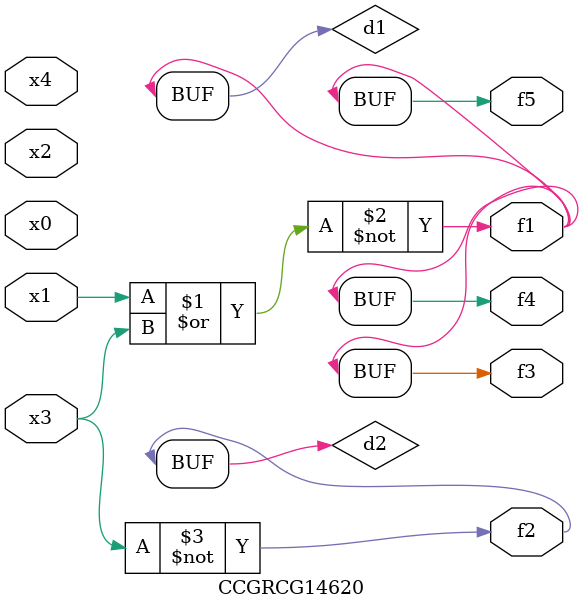
<source format=v>
module CCGRCG14620(
	input x0, x1, x2, x3, x4,
	output f1, f2, f3, f4, f5
);

	wire d1, d2;

	nor (d1, x1, x3);
	not (d2, x3);
	assign f1 = d1;
	assign f2 = d2;
	assign f3 = d1;
	assign f4 = d1;
	assign f5 = d1;
endmodule

</source>
